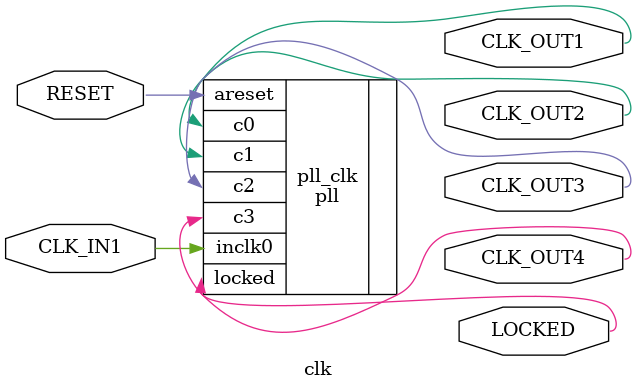
<source format=v>
module clk(
            input CLK_IN1,
            output CLK_OUT1,
            output CLK_OUT2,
            output CLK_OUT3,
            output CLK_OUT4,
            output LOCKED,
            input  RESET
            );

    pll pll_clk(.areset(RESET),
                .inclk0(CLK_IN1),
                .c0(CLK_OUT1),
                .c1(CLK_OUT2),
                .c2(CLK_OUT3),
                .c3(CLK_OUT4),
                .locked(LOCKED)
                );
endmodule


</source>
